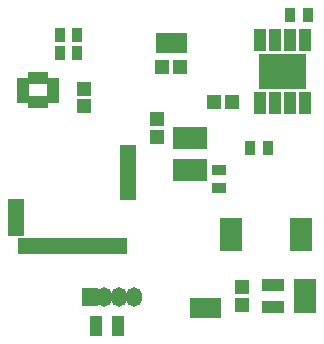
<source format=gts>
G04 #@! TF.FileFunction,Soldermask,Top*
%FSLAX46Y46*%
G04 Gerber Fmt 4.6, Leading zero omitted, Abs format (unit mm)*
G04 Created by KiCad (PCBNEW 4.0.6) date 04/13/18 15:28:38*
%MOMM*%
%LPD*%
G01*
G04 APERTURE LIST*
%ADD10C,0.100000*%
%ADD11R,1.200000X1.150000*%
%ADD12R,1.150000X1.200000*%
%ADD13R,1.370000X1.670000*%
%ADD14R,0.900000X1.300000*%
%ADD15R,1.300000X0.900000*%
%ADD16R,0.650000X1.075000*%
%ADD17R,1.075000X0.650000*%
%ADD18R,1.050000X1.960000*%
%ADD19R,1.850000X0.850000*%
%ADD20R,1.960000X1.050000*%
%ADD21R,1.400000X0.810000*%
%ADD22R,0.810000X1.400000*%
%ADD23R,1.350000X1.650000*%
%ADD24O,1.350000X1.650000*%
%ADD25R,1.050000X1.900000*%
%ADD26R,2.200000X1.750000*%
%ADD27R,1.100000X1.700000*%
G04 APERTURE END LIST*
D10*
D11*
X176850000Y-106400000D03*
X178350000Y-106400000D03*
D12*
X170200000Y-109750000D03*
X170200000Y-108250000D03*
X176400000Y-112350000D03*
X176400000Y-110850000D03*
D11*
X181250000Y-109400000D03*
X182750000Y-109400000D03*
D12*
X183600000Y-126550000D03*
X183600000Y-125050000D03*
D13*
X176960000Y-104400000D03*
X178240000Y-104400000D03*
X181140000Y-126800000D03*
X179860000Y-126800000D03*
D14*
X187650000Y-102050000D03*
X189150000Y-102050000D03*
D15*
X181650000Y-116650000D03*
X181650000Y-115150000D03*
D14*
X185750000Y-113300000D03*
X184250000Y-113300000D03*
X169650000Y-103750000D03*
X168150000Y-103750000D03*
X169650000Y-105200000D03*
X168150000Y-105200000D03*
D16*
X166300000Y-107387500D03*
X165800000Y-107387500D03*
X166800000Y-107387500D03*
X165800000Y-109412500D03*
X166300000Y-109412500D03*
X166800000Y-109412500D03*
D17*
X165037500Y-107650000D03*
X165037500Y-108150000D03*
X165037500Y-108650000D03*
X165037500Y-109150000D03*
X167562500Y-109150000D03*
X167562500Y-108650000D03*
X167562500Y-108150000D03*
X167562500Y-107650000D03*
D18*
X178250000Y-115150000D03*
X179200000Y-115150000D03*
X180150000Y-115150000D03*
X180150000Y-112450000D03*
X178250000Y-112450000D03*
X179200000Y-112450000D03*
D19*
X182650000Y-119625000D03*
X182650000Y-120275000D03*
X182650000Y-120925000D03*
X182650000Y-121575000D03*
X188550000Y-121575000D03*
X188550000Y-120925000D03*
X188550000Y-120275000D03*
X188550000Y-119625000D03*
D20*
X188950000Y-126750000D03*
X188950000Y-125800000D03*
X188950000Y-124850000D03*
X186250000Y-124850000D03*
X186250000Y-126750000D03*
D21*
X173940000Y-117250000D03*
X164450000Y-118020000D03*
X164450000Y-118780000D03*
X164450000Y-119540000D03*
X164450000Y-120300000D03*
D22*
X165010000Y-121540000D03*
X165770000Y-121540000D03*
X166530000Y-121540000D03*
X167290000Y-121540000D03*
X168050000Y-121540000D03*
X168820000Y-121540000D03*
X169580000Y-121540000D03*
X170340000Y-121540000D03*
X171100000Y-121540000D03*
X171860000Y-121540000D03*
X172630000Y-121540000D03*
X173390000Y-121540000D03*
D21*
X173940000Y-116490000D03*
X173940000Y-115730000D03*
X173940000Y-114970000D03*
X173940000Y-114210000D03*
X173940000Y-113440000D03*
D23*
X170675000Y-125900000D03*
D24*
X171925000Y-125900000D03*
X173175000Y-125900000D03*
X174425000Y-125900000D03*
D25*
X188905000Y-104100000D03*
X187635000Y-104100000D03*
X186365000Y-104100000D03*
X185095000Y-104100000D03*
X185095000Y-109500000D03*
X186365000Y-109500000D03*
X187635000Y-109500000D03*
X188905000Y-109500000D03*
D26*
X186100000Y-107475000D03*
X187900000Y-107475000D03*
X186100000Y-106125000D03*
X187900000Y-106125000D03*
D27*
X173125000Y-128325000D03*
X171225000Y-128325000D03*
M02*

</source>
